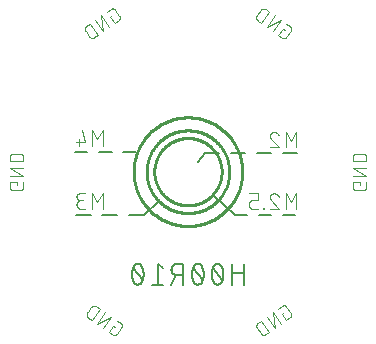
<source format=gbr>
G04 EAGLE Gerber X2 export*
%TF.Part,Single*%
%TF.FileFunction,Legend,Bot,1*%
%TF.FilePolarity,Positive*%
%TF.GenerationSoftware,Autodesk,EAGLE,8.7.1*%
%TF.CreationDate,2018-07-15T20:11:00Z*%
G75*
%MOMM*%
%FSLAX34Y34*%
%LPD*%
%AMOC8*
5,1,8,0,0,1.08239X$1,22.5*%
G01*
%ADD10C,0.101600*%
%ADD11C,0.152400*%
%ADD12C,0.254000*%
%ADD13C,0.203200*%


D10*
X428096Y466183D02*
X426501Y467300D01*
X422778Y461983D01*
X425968Y459749D01*
X426051Y459694D01*
X426135Y459642D01*
X426222Y459593D01*
X426310Y459547D01*
X426400Y459505D01*
X426492Y459466D01*
X426585Y459431D01*
X426679Y459399D01*
X426774Y459371D01*
X426871Y459347D01*
X426968Y459326D01*
X427066Y459310D01*
X427165Y459296D01*
X427264Y459287D01*
X427363Y459282D01*
X427463Y459280D01*
X427562Y459282D01*
X427661Y459288D01*
X427760Y459298D01*
X427859Y459311D01*
X427957Y459329D01*
X428054Y459350D01*
X428150Y459374D01*
X428246Y459403D01*
X428340Y459435D01*
X428433Y459470D01*
X428524Y459509D01*
X428614Y459552D01*
X428702Y459598D01*
X428788Y459647D01*
X428873Y459700D01*
X428955Y459756D01*
X429035Y459815D01*
X429113Y459877D01*
X429188Y459942D01*
X429261Y460009D01*
X429331Y460080D01*
X429399Y460153D01*
X429463Y460229D01*
X429525Y460307D01*
X429584Y460387D01*
X433307Y465704D01*
X433362Y465787D01*
X433414Y465871D01*
X433463Y465958D01*
X433509Y466046D01*
X433551Y466136D01*
X433590Y466228D01*
X433625Y466321D01*
X433657Y466415D01*
X433685Y466510D01*
X433709Y466607D01*
X433730Y466704D01*
X433746Y466802D01*
X433760Y466901D01*
X433769Y467000D01*
X433774Y467099D01*
X433776Y467199D01*
X433774Y467298D01*
X433768Y467397D01*
X433758Y467496D01*
X433745Y467595D01*
X433727Y467693D01*
X433706Y467790D01*
X433682Y467886D01*
X433653Y467982D01*
X433621Y468076D01*
X433586Y468169D01*
X433547Y468260D01*
X433504Y468350D01*
X433458Y468438D01*
X433409Y468524D01*
X433356Y468609D01*
X433300Y468691D01*
X433241Y468771D01*
X433179Y468849D01*
X433114Y468924D01*
X433047Y468997D01*
X432976Y469067D01*
X432903Y469135D01*
X432827Y469199D01*
X432749Y469261D01*
X432669Y469320D01*
X432670Y469320D02*
X429479Y471554D01*
X424810Y474824D02*
X418108Y465253D01*
X412791Y468976D02*
X424810Y474824D01*
X419492Y478547D02*
X412791Y468976D01*
X408121Y472246D02*
X414822Y481817D01*
X412164Y483678D01*
X412164Y483679D02*
X412070Y483742D01*
X411974Y483802D01*
X411876Y483859D01*
X411776Y483912D01*
X411674Y483962D01*
X411570Y484008D01*
X411465Y484050D01*
X411359Y484089D01*
X411251Y484124D01*
X411142Y484155D01*
X411032Y484183D01*
X410921Y484206D01*
X410810Y484226D01*
X410698Y484242D01*
X410585Y484254D01*
X410472Y484262D01*
X410359Y484266D01*
X410245Y484266D01*
X410132Y484262D01*
X410019Y484254D01*
X409906Y484242D01*
X409794Y484226D01*
X409683Y484206D01*
X409572Y484183D01*
X409462Y484155D01*
X409353Y484124D01*
X409245Y484089D01*
X409139Y484050D01*
X409034Y484008D01*
X408930Y483962D01*
X408828Y483912D01*
X408728Y483859D01*
X408630Y483802D01*
X408534Y483742D01*
X408440Y483679D01*
X408349Y483612D01*
X408259Y483543D01*
X408172Y483470D01*
X408088Y483394D01*
X408007Y483315D01*
X407928Y483234D01*
X407852Y483150D01*
X407779Y483063D01*
X407710Y482974D01*
X407643Y482882D01*
X407644Y482881D02*
X404665Y478628D01*
X404602Y478534D01*
X404542Y478438D01*
X404485Y478340D01*
X404432Y478240D01*
X404382Y478138D01*
X404336Y478034D01*
X404294Y477929D01*
X404255Y477823D01*
X404220Y477715D01*
X404189Y477606D01*
X404161Y477496D01*
X404138Y477385D01*
X404118Y477274D01*
X404102Y477162D01*
X404090Y477049D01*
X404082Y476936D01*
X404078Y476823D01*
X404078Y476709D01*
X404082Y476596D01*
X404090Y476483D01*
X404102Y476370D01*
X404118Y476258D01*
X404138Y476147D01*
X404161Y476036D01*
X404189Y475926D01*
X404220Y475817D01*
X404255Y475709D01*
X404294Y475603D01*
X404336Y475498D01*
X404382Y475394D01*
X404432Y475292D01*
X404485Y475192D01*
X404542Y475094D01*
X404602Y474998D01*
X404665Y474904D01*
X404732Y474812D01*
X404801Y474723D01*
X404874Y474636D01*
X404950Y474552D01*
X405029Y474471D01*
X405110Y474392D01*
X405194Y474316D01*
X405281Y474243D01*
X405371Y474174D01*
X405462Y474107D01*
X408121Y472246D01*
X492049Y337254D02*
X492049Y335306D01*
X492049Y337254D02*
X485558Y337254D01*
X485558Y333359D01*
X485560Y333260D01*
X485566Y333160D01*
X485575Y333061D01*
X485588Y332963D01*
X485605Y332865D01*
X485626Y332767D01*
X485651Y332671D01*
X485679Y332576D01*
X485711Y332482D01*
X485746Y332389D01*
X485785Y332297D01*
X485828Y332207D01*
X485873Y332119D01*
X485923Y332032D01*
X485975Y331948D01*
X486031Y331865D01*
X486089Y331785D01*
X486151Y331707D01*
X486216Y331632D01*
X486284Y331559D01*
X486354Y331489D01*
X486427Y331421D01*
X486502Y331356D01*
X486580Y331294D01*
X486660Y331236D01*
X486743Y331180D01*
X486827Y331128D01*
X486914Y331078D01*
X487002Y331033D01*
X487092Y330990D01*
X487184Y330951D01*
X487277Y330916D01*
X487371Y330884D01*
X487466Y330856D01*
X487562Y330831D01*
X487660Y330810D01*
X487758Y330793D01*
X487856Y330780D01*
X487955Y330771D01*
X488055Y330765D01*
X488154Y330763D01*
X494646Y330763D01*
X494745Y330765D01*
X494845Y330771D01*
X494944Y330780D01*
X495042Y330793D01*
X495140Y330810D01*
X495238Y330831D01*
X495334Y330856D01*
X495429Y330884D01*
X495523Y330916D01*
X495616Y330951D01*
X495708Y330990D01*
X495798Y331033D01*
X495886Y331078D01*
X495973Y331128D01*
X496057Y331180D01*
X496140Y331236D01*
X496220Y331294D01*
X496298Y331356D01*
X496373Y331421D01*
X496446Y331489D01*
X496516Y331559D01*
X496584Y331632D01*
X496649Y331707D01*
X496711Y331785D01*
X496769Y331865D01*
X496825Y331948D01*
X496877Y332032D01*
X496927Y332119D01*
X496972Y332207D01*
X497015Y332297D01*
X497054Y332389D01*
X497089Y332481D01*
X497121Y332576D01*
X497149Y332671D01*
X497174Y332767D01*
X497195Y332865D01*
X497212Y332963D01*
X497225Y333061D01*
X497234Y333160D01*
X497240Y333260D01*
X497242Y333359D01*
X497242Y337254D01*
X497242Y342954D02*
X485558Y342954D01*
X485558Y349446D02*
X497242Y342954D01*
X497242Y349446D02*
X485558Y349446D01*
X485558Y355146D02*
X497242Y355146D01*
X497242Y358392D01*
X497240Y358505D01*
X497234Y358618D01*
X497224Y358731D01*
X497210Y358844D01*
X497193Y358956D01*
X497171Y359067D01*
X497146Y359177D01*
X497116Y359287D01*
X497083Y359395D01*
X497046Y359502D01*
X497006Y359608D01*
X496961Y359712D01*
X496913Y359815D01*
X496862Y359916D01*
X496807Y360015D01*
X496749Y360112D01*
X496687Y360207D01*
X496622Y360300D01*
X496554Y360390D01*
X496483Y360478D01*
X496408Y360564D01*
X496331Y360647D01*
X496251Y360727D01*
X496168Y360804D01*
X496082Y360879D01*
X495994Y360950D01*
X495904Y361018D01*
X495811Y361083D01*
X495716Y361145D01*
X495619Y361203D01*
X495520Y361258D01*
X495419Y361309D01*
X495316Y361357D01*
X495212Y361402D01*
X495106Y361442D01*
X494999Y361479D01*
X494891Y361512D01*
X494781Y361542D01*
X494671Y361567D01*
X494560Y361589D01*
X494448Y361606D01*
X494335Y361620D01*
X494222Y361630D01*
X494109Y361636D01*
X493996Y361638D01*
X488804Y361638D01*
X488691Y361636D01*
X488578Y361630D01*
X488465Y361620D01*
X488352Y361606D01*
X488240Y361589D01*
X488129Y361567D01*
X488019Y361542D01*
X487909Y361512D01*
X487801Y361479D01*
X487694Y361442D01*
X487588Y361402D01*
X487484Y361357D01*
X487381Y361309D01*
X487280Y361258D01*
X487181Y361203D01*
X487084Y361145D01*
X486989Y361083D01*
X486896Y361018D01*
X486806Y360950D01*
X486718Y360879D01*
X486632Y360804D01*
X486549Y360727D01*
X486469Y360647D01*
X486392Y360564D01*
X486317Y360478D01*
X486246Y360390D01*
X486178Y360300D01*
X486113Y360207D01*
X486051Y360112D01*
X485993Y360015D01*
X485938Y359916D01*
X485887Y359815D01*
X485839Y359712D01*
X485794Y359608D01*
X485754Y359502D01*
X485717Y359395D01*
X485684Y359287D01*
X485654Y359177D01*
X485629Y359067D01*
X485607Y358956D01*
X485590Y358844D01*
X485576Y358731D01*
X485566Y358618D01*
X485560Y358505D01*
X485558Y358392D01*
X485558Y355146D01*
X427351Y227280D02*
X425756Y226163D01*
X429479Y220846D01*
X432670Y223080D01*
X432669Y223080D02*
X432749Y223139D01*
X432827Y223201D01*
X432903Y223265D01*
X432976Y223333D01*
X433047Y223403D01*
X433114Y223476D01*
X433179Y223551D01*
X433241Y223629D01*
X433300Y223709D01*
X433356Y223791D01*
X433409Y223876D01*
X433458Y223962D01*
X433504Y224050D01*
X433547Y224140D01*
X433586Y224231D01*
X433621Y224324D01*
X433653Y224418D01*
X433682Y224514D01*
X433706Y224610D01*
X433727Y224707D01*
X433745Y224805D01*
X433758Y224904D01*
X433768Y225003D01*
X433774Y225102D01*
X433776Y225201D01*
X433774Y225301D01*
X433769Y225400D01*
X433759Y225499D01*
X433746Y225598D01*
X433730Y225696D01*
X433709Y225793D01*
X433685Y225890D01*
X433657Y225985D01*
X433625Y226079D01*
X433590Y226172D01*
X433551Y226264D01*
X433509Y226354D01*
X433463Y226442D01*
X433414Y226529D01*
X433362Y226613D01*
X433307Y226696D01*
X429584Y232013D01*
X429525Y232093D01*
X429463Y232171D01*
X429399Y232247D01*
X429331Y232320D01*
X429261Y232391D01*
X429188Y232458D01*
X429113Y232523D01*
X429035Y232585D01*
X428955Y232644D01*
X428873Y232700D01*
X428788Y232753D01*
X428702Y232802D01*
X428614Y232848D01*
X428524Y232891D01*
X428433Y232930D01*
X428340Y232965D01*
X428246Y232997D01*
X428150Y233026D01*
X428054Y233050D01*
X427957Y233071D01*
X427859Y233089D01*
X427760Y233102D01*
X427661Y233112D01*
X427562Y233118D01*
X427463Y233120D01*
X427363Y233118D01*
X427264Y233113D01*
X427165Y233104D01*
X427066Y233090D01*
X426968Y233074D01*
X426871Y233053D01*
X426774Y233029D01*
X426679Y233001D01*
X426585Y232969D01*
X426492Y232934D01*
X426400Y232895D01*
X426310Y232853D01*
X426222Y232807D01*
X426135Y232758D01*
X426051Y232706D01*
X425968Y232651D01*
X422778Y230417D01*
X418108Y227147D02*
X424809Y217576D01*
X419492Y213853D02*
X418108Y227147D01*
X412791Y223424D02*
X419492Y213853D01*
X414822Y210583D02*
X408121Y220154D01*
X405462Y218292D01*
X405462Y218293D02*
X405371Y218226D01*
X405281Y218157D01*
X405194Y218084D01*
X405110Y218008D01*
X405029Y217929D01*
X404950Y217848D01*
X404874Y217764D01*
X404801Y217677D01*
X404732Y217588D01*
X404665Y217496D01*
X404602Y217402D01*
X404542Y217306D01*
X404485Y217208D01*
X404432Y217108D01*
X404382Y217006D01*
X404336Y216902D01*
X404294Y216797D01*
X404255Y216691D01*
X404220Y216583D01*
X404189Y216474D01*
X404161Y216364D01*
X404138Y216253D01*
X404118Y216142D01*
X404102Y216030D01*
X404090Y215917D01*
X404082Y215804D01*
X404078Y215691D01*
X404078Y215577D01*
X404082Y215464D01*
X404090Y215351D01*
X404102Y215238D01*
X404118Y215126D01*
X404138Y215015D01*
X404161Y214904D01*
X404189Y214794D01*
X404220Y214685D01*
X404255Y214577D01*
X404294Y214471D01*
X404336Y214366D01*
X404382Y214262D01*
X404432Y214160D01*
X404485Y214060D01*
X404542Y213962D01*
X404602Y213866D01*
X404665Y213772D01*
X407644Y209518D01*
X407643Y209518D02*
X407710Y209427D01*
X407779Y209337D01*
X407852Y209250D01*
X407928Y209166D01*
X408007Y209085D01*
X408088Y209006D01*
X408172Y208930D01*
X408259Y208857D01*
X408349Y208788D01*
X408440Y208721D01*
X408534Y208658D01*
X408630Y208598D01*
X408728Y208541D01*
X408828Y208488D01*
X408930Y208438D01*
X409034Y208392D01*
X409139Y208350D01*
X409245Y208311D01*
X409353Y208276D01*
X409462Y208245D01*
X409572Y208217D01*
X409683Y208194D01*
X409794Y208174D01*
X409906Y208158D01*
X410019Y208146D01*
X410132Y208138D01*
X410245Y208134D01*
X410359Y208134D01*
X410472Y208138D01*
X410585Y208146D01*
X410698Y208158D01*
X410810Y208174D01*
X410921Y208194D01*
X411032Y208217D01*
X411142Y208245D01*
X411251Y208276D01*
X411359Y208311D01*
X411465Y208350D01*
X411570Y208392D01*
X411674Y208438D01*
X411776Y208488D01*
X411876Y208541D01*
X411974Y208598D01*
X412070Y208658D01*
X412164Y208721D01*
X414822Y210583D01*
X201649Y335306D02*
X201649Y337254D01*
X195158Y337254D01*
X195158Y333359D01*
X195160Y333260D01*
X195166Y333160D01*
X195175Y333061D01*
X195188Y332963D01*
X195205Y332865D01*
X195226Y332767D01*
X195251Y332671D01*
X195279Y332576D01*
X195311Y332482D01*
X195346Y332389D01*
X195385Y332297D01*
X195428Y332207D01*
X195473Y332119D01*
X195523Y332032D01*
X195575Y331948D01*
X195631Y331865D01*
X195689Y331785D01*
X195751Y331707D01*
X195816Y331632D01*
X195884Y331559D01*
X195954Y331489D01*
X196027Y331421D01*
X196102Y331356D01*
X196180Y331294D01*
X196260Y331236D01*
X196343Y331180D01*
X196427Y331128D01*
X196514Y331078D01*
X196602Y331033D01*
X196692Y330990D01*
X196784Y330951D01*
X196877Y330916D01*
X196971Y330884D01*
X197066Y330856D01*
X197162Y330831D01*
X197260Y330810D01*
X197358Y330793D01*
X197456Y330780D01*
X197555Y330771D01*
X197655Y330765D01*
X197754Y330763D01*
X204246Y330763D01*
X204345Y330765D01*
X204445Y330771D01*
X204544Y330780D01*
X204642Y330793D01*
X204740Y330810D01*
X204838Y330831D01*
X204934Y330856D01*
X205029Y330884D01*
X205123Y330916D01*
X205216Y330951D01*
X205308Y330990D01*
X205398Y331033D01*
X205486Y331078D01*
X205573Y331128D01*
X205657Y331180D01*
X205740Y331236D01*
X205820Y331294D01*
X205898Y331356D01*
X205973Y331421D01*
X206046Y331489D01*
X206116Y331559D01*
X206184Y331632D01*
X206249Y331707D01*
X206311Y331785D01*
X206369Y331865D01*
X206425Y331948D01*
X206477Y332032D01*
X206527Y332119D01*
X206572Y332207D01*
X206615Y332297D01*
X206654Y332389D01*
X206689Y332481D01*
X206721Y332576D01*
X206749Y332671D01*
X206774Y332767D01*
X206795Y332865D01*
X206812Y332963D01*
X206825Y333061D01*
X206834Y333160D01*
X206840Y333260D01*
X206842Y333359D01*
X206842Y337254D01*
X206842Y342954D02*
X195158Y342954D01*
X195158Y349446D02*
X206842Y342954D01*
X206842Y349446D02*
X195158Y349446D01*
X195158Y355146D02*
X206842Y355146D01*
X206842Y358392D01*
X206840Y358505D01*
X206834Y358618D01*
X206824Y358731D01*
X206810Y358844D01*
X206793Y358956D01*
X206771Y359067D01*
X206746Y359177D01*
X206716Y359287D01*
X206683Y359395D01*
X206646Y359502D01*
X206606Y359608D01*
X206561Y359712D01*
X206513Y359815D01*
X206462Y359916D01*
X206407Y360015D01*
X206349Y360112D01*
X206287Y360207D01*
X206222Y360300D01*
X206154Y360390D01*
X206083Y360478D01*
X206008Y360564D01*
X205931Y360647D01*
X205851Y360727D01*
X205768Y360804D01*
X205682Y360879D01*
X205594Y360950D01*
X205504Y361018D01*
X205411Y361083D01*
X205316Y361145D01*
X205219Y361203D01*
X205120Y361258D01*
X205019Y361309D01*
X204916Y361357D01*
X204812Y361402D01*
X204706Y361442D01*
X204599Y361479D01*
X204491Y361512D01*
X204381Y361542D01*
X204271Y361567D01*
X204160Y361589D01*
X204048Y361606D01*
X203935Y361620D01*
X203822Y361630D01*
X203709Y361636D01*
X203596Y361638D01*
X198404Y361638D01*
X198291Y361636D01*
X198178Y361630D01*
X198065Y361620D01*
X197952Y361606D01*
X197840Y361589D01*
X197729Y361567D01*
X197619Y361542D01*
X197509Y361512D01*
X197401Y361479D01*
X197294Y361442D01*
X197188Y361402D01*
X197084Y361357D01*
X196981Y361309D01*
X196880Y361258D01*
X196781Y361203D01*
X196684Y361145D01*
X196589Y361083D01*
X196496Y361018D01*
X196406Y360950D01*
X196318Y360879D01*
X196232Y360804D01*
X196149Y360727D01*
X196069Y360647D01*
X195992Y360564D01*
X195917Y360478D01*
X195846Y360390D01*
X195778Y360300D01*
X195713Y360207D01*
X195651Y360112D01*
X195593Y360015D01*
X195538Y359916D01*
X195487Y359815D01*
X195439Y359712D01*
X195394Y359608D01*
X195354Y359502D01*
X195317Y359395D01*
X195284Y359287D01*
X195254Y359177D01*
X195229Y359067D01*
X195207Y358956D01*
X195190Y358844D01*
X195176Y358731D01*
X195166Y358618D01*
X195160Y358505D01*
X195158Y358392D01*
X195158Y355146D01*
X280556Y477563D02*
X282151Y478680D01*
X280556Y477563D02*
X284279Y472246D01*
X287470Y474480D01*
X287469Y474480D02*
X287549Y474539D01*
X287627Y474601D01*
X287703Y474665D01*
X287776Y474733D01*
X287847Y474803D01*
X287914Y474876D01*
X287979Y474951D01*
X288041Y475029D01*
X288100Y475109D01*
X288156Y475191D01*
X288209Y475276D01*
X288258Y475362D01*
X288304Y475450D01*
X288347Y475540D01*
X288386Y475631D01*
X288421Y475724D01*
X288453Y475818D01*
X288482Y475914D01*
X288506Y476010D01*
X288527Y476107D01*
X288545Y476205D01*
X288558Y476304D01*
X288568Y476403D01*
X288574Y476502D01*
X288576Y476601D01*
X288574Y476701D01*
X288569Y476800D01*
X288559Y476899D01*
X288546Y476998D01*
X288530Y477096D01*
X288509Y477193D01*
X288485Y477290D01*
X288457Y477385D01*
X288425Y477479D01*
X288390Y477572D01*
X288351Y477664D01*
X288309Y477754D01*
X288263Y477842D01*
X288214Y477929D01*
X288162Y478013D01*
X288107Y478096D01*
X284384Y483413D01*
X284325Y483493D01*
X284263Y483571D01*
X284199Y483647D01*
X284131Y483720D01*
X284061Y483791D01*
X283988Y483858D01*
X283913Y483923D01*
X283835Y483985D01*
X283755Y484044D01*
X283673Y484100D01*
X283588Y484153D01*
X283502Y484202D01*
X283414Y484248D01*
X283324Y484291D01*
X283233Y484330D01*
X283140Y484365D01*
X283046Y484397D01*
X282950Y484426D01*
X282854Y484450D01*
X282757Y484471D01*
X282659Y484489D01*
X282560Y484502D01*
X282461Y484512D01*
X282362Y484518D01*
X282263Y484520D01*
X282163Y484518D01*
X282064Y484513D01*
X281965Y484504D01*
X281866Y484490D01*
X281768Y484474D01*
X281671Y484453D01*
X281574Y484429D01*
X281479Y484401D01*
X281385Y484369D01*
X281292Y484334D01*
X281200Y484295D01*
X281110Y484253D01*
X281022Y484207D01*
X280935Y484158D01*
X280851Y484106D01*
X280768Y484051D01*
X277578Y481817D01*
X272908Y478547D02*
X279609Y468976D01*
X274292Y465253D02*
X272908Y478547D01*
X267591Y474824D02*
X274292Y465253D01*
X269622Y461983D02*
X262921Y471554D01*
X260262Y469692D01*
X260262Y469693D02*
X260171Y469626D01*
X260081Y469557D01*
X259994Y469484D01*
X259910Y469408D01*
X259829Y469329D01*
X259750Y469248D01*
X259674Y469164D01*
X259601Y469077D01*
X259532Y468988D01*
X259465Y468896D01*
X259402Y468802D01*
X259342Y468706D01*
X259285Y468608D01*
X259232Y468508D01*
X259182Y468406D01*
X259136Y468302D01*
X259094Y468197D01*
X259055Y468091D01*
X259020Y467983D01*
X258989Y467874D01*
X258961Y467764D01*
X258938Y467653D01*
X258918Y467542D01*
X258902Y467430D01*
X258890Y467317D01*
X258882Y467204D01*
X258878Y467091D01*
X258878Y466977D01*
X258882Y466864D01*
X258890Y466751D01*
X258902Y466638D01*
X258918Y466526D01*
X258938Y466415D01*
X258961Y466304D01*
X258989Y466194D01*
X259020Y466085D01*
X259055Y465977D01*
X259094Y465871D01*
X259136Y465766D01*
X259182Y465662D01*
X259232Y465560D01*
X259285Y465460D01*
X259342Y465362D01*
X259402Y465266D01*
X259465Y465172D01*
X262444Y460918D01*
X262443Y460918D02*
X262510Y460827D01*
X262579Y460737D01*
X262652Y460650D01*
X262728Y460566D01*
X262807Y460485D01*
X262888Y460406D01*
X262972Y460330D01*
X263059Y460257D01*
X263149Y460188D01*
X263240Y460121D01*
X263334Y460058D01*
X263430Y459998D01*
X263528Y459941D01*
X263628Y459888D01*
X263730Y459838D01*
X263834Y459792D01*
X263939Y459750D01*
X264045Y459711D01*
X264153Y459676D01*
X264262Y459645D01*
X264372Y459617D01*
X264483Y459594D01*
X264594Y459574D01*
X264706Y459558D01*
X264819Y459546D01*
X264932Y459538D01*
X265045Y459534D01*
X265159Y459534D01*
X265272Y459538D01*
X265385Y459546D01*
X265498Y459558D01*
X265610Y459574D01*
X265721Y459594D01*
X265832Y459617D01*
X265942Y459645D01*
X266051Y459676D01*
X266159Y459711D01*
X266265Y459750D01*
X266370Y459792D01*
X266474Y459838D01*
X266576Y459888D01*
X266676Y459941D01*
X266774Y459998D01*
X266870Y460058D01*
X266964Y460121D01*
X269622Y461983D01*
D11*
X393575Y268493D02*
X393575Y250713D01*
X393575Y260591D02*
X383698Y260591D01*
X383698Y268493D02*
X383698Y250713D01*
X376267Y259603D02*
X376263Y259953D01*
X376250Y260302D01*
X376229Y260651D01*
X376200Y261000D01*
X376163Y261348D01*
X376117Y261695D01*
X376063Y262040D01*
X376001Y262384D01*
X375930Y262727D01*
X375851Y263068D01*
X375765Y263407D01*
X375670Y263743D01*
X375567Y264078D01*
X375456Y264409D01*
X375338Y264739D01*
X375211Y265065D01*
X375077Y265388D01*
X374935Y265707D01*
X374785Y266024D01*
X374745Y266137D01*
X374701Y266247D01*
X374653Y266357D01*
X374602Y266464D01*
X374547Y266570D01*
X374489Y266675D01*
X374427Y266777D01*
X374362Y266877D01*
X374294Y266975D01*
X374223Y267071D01*
X374148Y267164D01*
X374071Y267255D01*
X373991Y267343D01*
X373908Y267428D01*
X373822Y267511D01*
X373733Y267591D01*
X373642Y267668D01*
X373548Y267742D01*
X373452Y267813D01*
X373354Y267881D01*
X373254Y267945D01*
X373151Y268007D01*
X373047Y268064D01*
X372941Y268119D01*
X372833Y268170D01*
X372723Y268217D01*
X372612Y268261D01*
X372500Y268301D01*
X372386Y268337D01*
X372272Y268370D01*
X372156Y268399D01*
X372039Y268424D01*
X371922Y268445D01*
X371804Y268463D01*
X371685Y268476D01*
X371566Y268486D01*
X371447Y268492D01*
X371328Y268494D01*
X371328Y268493D02*
X371209Y268491D01*
X371090Y268485D01*
X370971Y268475D01*
X370852Y268462D01*
X370734Y268444D01*
X370617Y268423D01*
X370500Y268398D01*
X370384Y268369D01*
X370270Y268336D01*
X370156Y268300D01*
X370044Y268260D01*
X369933Y268216D01*
X369823Y268169D01*
X369715Y268118D01*
X369609Y268063D01*
X369505Y268006D01*
X369402Y267944D01*
X369302Y267880D01*
X369204Y267812D01*
X369108Y267741D01*
X369014Y267667D01*
X368923Y267590D01*
X368834Y267510D01*
X368749Y267427D01*
X368665Y267342D01*
X368585Y267254D01*
X368508Y267163D01*
X368433Y267070D01*
X368362Y266974D01*
X368294Y266876D01*
X368229Y266776D01*
X368167Y266674D01*
X368109Y266569D01*
X368054Y266464D01*
X368003Y266356D01*
X367955Y266246D01*
X367911Y266136D01*
X367871Y266023D01*
X367871Y266024D02*
X367721Y265707D01*
X367579Y265388D01*
X367445Y265065D01*
X367318Y264739D01*
X367200Y264409D01*
X367089Y264078D01*
X366986Y263743D01*
X366891Y263407D01*
X366805Y263068D01*
X366726Y262727D01*
X366655Y262384D01*
X366593Y262040D01*
X366539Y261695D01*
X366493Y261348D01*
X366456Y261000D01*
X366427Y260651D01*
X366406Y260302D01*
X366393Y259953D01*
X366389Y259603D01*
X376266Y259603D02*
X376262Y259253D01*
X376249Y258904D01*
X376228Y258555D01*
X376199Y258206D01*
X376162Y257858D01*
X376116Y257511D01*
X376062Y257166D01*
X376000Y256822D01*
X375929Y256479D01*
X375850Y256138D01*
X375764Y255799D01*
X375669Y255463D01*
X375566Y255128D01*
X375455Y254797D01*
X375337Y254468D01*
X375210Y254141D01*
X375076Y253818D01*
X374934Y253499D01*
X374784Y253183D01*
X374785Y253183D02*
X374745Y253070D01*
X374701Y252960D01*
X374653Y252850D01*
X374602Y252743D01*
X374547Y252637D01*
X374489Y252532D01*
X374427Y252430D01*
X374362Y252330D01*
X374294Y252232D01*
X374223Y252136D01*
X374148Y252043D01*
X374071Y251952D01*
X373991Y251864D01*
X373908Y251779D01*
X373822Y251696D01*
X373733Y251616D01*
X373642Y251539D01*
X373548Y251465D01*
X373452Y251394D01*
X373354Y251326D01*
X373254Y251262D01*
X373151Y251200D01*
X373047Y251143D01*
X372941Y251088D01*
X372833Y251037D01*
X372723Y250990D01*
X372612Y250946D01*
X372500Y250906D01*
X372386Y250870D01*
X372272Y250837D01*
X372156Y250808D01*
X372039Y250783D01*
X371922Y250762D01*
X371804Y250744D01*
X371685Y250731D01*
X371566Y250721D01*
X371447Y250715D01*
X371328Y250713D01*
X367871Y253183D02*
X367721Y253499D01*
X367579Y253818D01*
X367445Y254141D01*
X367318Y254468D01*
X367200Y254797D01*
X367089Y255128D01*
X366986Y255463D01*
X366891Y255799D01*
X366805Y256138D01*
X366726Y256479D01*
X366655Y256822D01*
X366593Y257166D01*
X366539Y257511D01*
X366493Y257858D01*
X366456Y258206D01*
X366427Y258555D01*
X366406Y258904D01*
X366393Y259253D01*
X366389Y259603D01*
X367871Y253183D02*
X367911Y253070D01*
X367955Y252960D01*
X368003Y252850D01*
X368054Y252742D01*
X368109Y252636D01*
X368167Y252532D01*
X368229Y252430D01*
X368294Y252330D01*
X368362Y252232D01*
X368433Y252136D01*
X368508Y252043D01*
X368585Y251952D01*
X368665Y251864D01*
X368749Y251779D01*
X368834Y251696D01*
X368923Y251616D01*
X369014Y251539D01*
X369108Y251465D01*
X369204Y251394D01*
X369302Y251326D01*
X369402Y251262D01*
X369505Y251200D01*
X369609Y251142D01*
X369715Y251088D01*
X369823Y251037D01*
X369933Y250990D01*
X370044Y250946D01*
X370156Y250906D01*
X370270Y250870D01*
X370384Y250837D01*
X370500Y250808D01*
X370617Y250783D01*
X370734Y250762D01*
X370852Y250744D01*
X370971Y250731D01*
X371090Y250721D01*
X371209Y250715D01*
X371328Y250713D01*
X375279Y254664D02*
X367377Y264542D01*
X359516Y259603D02*
X359512Y259953D01*
X359499Y260302D01*
X359478Y260651D01*
X359449Y261000D01*
X359412Y261348D01*
X359366Y261695D01*
X359312Y262040D01*
X359250Y262384D01*
X359179Y262727D01*
X359100Y263068D01*
X359014Y263407D01*
X358919Y263743D01*
X358816Y264078D01*
X358705Y264409D01*
X358587Y264739D01*
X358460Y265065D01*
X358326Y265388D01*
X358184Y265707D01*
X358034Y266024D01*
X357994Y266137D01*
X357950Y266247D01*
X357902Y266357D01*
X357851Y266464D01*
X357796Y266570D01*
X357738Y266675D01*
X357676Y266777D01*
X357611Y266877D01*
X357543Y266975D01*
X357472Y267071D01*
X357397Y267164D01*
X357320Y267255D01*
X357240Y267343D01*
X357157Y267428D01*
X357071Y267511D01*
X356982Y267591D01*
X356891Y267668D01*
X356797Y267742D01*
X356701Y267813D01*
X356603Y267881D01*
X356503Y267945D01*
X356400Y268007D01*
X356296Y268064D01*
X356190Y268119D01*
X356082Y268170D01*
X355972Y268217D01*
X355861Y268261D01*
X355749Y268301D01*
X355635Y268337D01*
X355521Y268370D01*
X355405Y268399D01*
X355288Y268424D01*
X355171Y268445D01*
X355053Y268463D01*
X354934Y268476D01*
X354815Y268486D01*
X354696Y268492D01*
X354577Y268494D01*
X354577Y268493D02*
X354458Y268491D01*
X354339Y268485D01*
X354220Y268475D01*
X354101Y268462D01*
X353983Y268444D01*
X353866Y268423D01*
X353749Y268398D01*
X353633Y268369D01*
X353519Y268336D01*
X353405Y268300D01*
X353293Y268260D01*
X353182Y268216D01*
X353072Y268169D01*
X352964Y268118D01*
X352858Y268063D01*
X352754Y268006D01*
X352651Y267944D01*
X352551Y267880D01*
X352453Y267812D01*
X352357Y267741D01*
X352263Y267667D01*
X352172Y267590D01*
X352083Y267510D01*
X351998Y267427D01*
X351914Y267342D01*
X351834Y267254D01*
X351757Y267163D01*
X351682Y267070D01*
X351611Y266974D01*
X351543Y266876D01*
X351478Y266776D01*
X351416Y266674D01*
X351358Y266569D01*
X351303Y266464D01*
X351252Y266356D01*
X351204Y266246D01*
X351160Y266136D01*
X351120Y266023D01*
X351120Y266024D02*
X350970Y265707D01*
X350828Y265388D01*
X350694Y265065D01*
X350567Y264739D01*
X350449Y264409D01*
X350338Y264078D01*
X350235Y263743D01*
X350140Y263407D01*
X350054Y263068D01*
X349975Y262727D01*
X349904Y262384D01*
X349842Y262040D01*
X349788Y261695D01*
X349742Y261348D01*
X349705Y261000D01*
X349676Y260651D01*
X349655Y260302D01*
X349642Y259953D01*
X349638Y259603D01*
X359516Y259603D02*
X359512Y259253D01*
X359499Y258904D01*
X359478Y258555D01*
X359449Y258206D01*
X359412Y257858D01*
X359366Y257511D01*
X359312Y257166D01*
X359250Y256822D01*
X359179Y256479D01*
X359100Y256138D01*
X359014Y255799D01*
X358919Y255463D01*
X358816Y255128D01*
X358705Y254797D01*
X358587Y254468D01*
X358460Y254141D01*
X358326Y253818D01*
X358184Y253499D01*
X358034Y253183D01*
X357994Y253070D01*
X357950Y252960D01*
X357902Y252850D01*
X357851Y252743D01*
X357796Y252637D01*
X357738Y252532D01*
X357676Y252430D01*
X357611Y252330D01*
X357543Y252232D01*
X357472Y252136D01*
X357397Y252043D01*
X357320Y251952D01*
X357240Y251864D01*
X357157Y251779D01*
X357071Y251696D01*
X356982Y251616D01*
X356891Y251539D01*
X356797Y251465D01*
X356701Y251394D01*
X356603Y251326D01*
X356503Y251262D01*
X356400Y251200D01*
X356296Y251143D01*
X356190Y251088D01*
X356082Y251037D01*
X355972Y250990D01*
X355861Y250946D01*
X355749Y250906D01*
X355635Y250870D01*
X355521Y250837D01*
X355405Y250808D01*
X355288Y250783D01*
X355171Y250762D01*
X355053Y250744D01*
X354934Y250731D01*
X354815Y250721D01*
X354696Y250715D01*
X354577Y250713D01*
X351121Y253183D02*
X350971Y253499D01*
X350829Y253818D01*
X350695Y254141D01*
X350568Y254468D01*
X350450Y254797D01*
X350339Y255128D01*
X350236Y255463D01*
X350141Y255799D01*
X350055Y256138D01*
X349976Y256479D01*
X349905Y256822D01*
X349843Y257166D01*
X349789Y257511D01*
X349743Y257858D01*
X349706Y258206D01*
X349677Y258555D01*
X349656Y258904D01*
X349643Y259253D01*
X349639Y259603D01*
X351120Y253183D02*
X351160Y253070D01*
X351204Y252960D01*
X351252Y252850D01*
X351303Y252742D01*
X351358Y252636D01*
X351416Y252532D01*
X351478Y252430D01*
X351543Y252330D01*
X351611Y252232D01*
X351682Y252136D01*
X351757Y252043D01*
X351834Y251952D01*
X351914Y251864D01*
X351998Y251779D01*
X352083Y251696D01*
X352172Y251616D01*
X352263Y251539D01*
X352357Y251465D01*
X352453Y251394D01*
X352551Y251326D01*
X352651Y251262D01*
X352754Y251200D01*
X352858Y251142D01*
X352964Y251088D01*
X353072Y251037D01*
X353182Y250990D01*
X353293Y250946D01*
X353405Y250906D01*
X353519Y250870D01*
X353633Y250837D01*
X353749Y250808D01*
X353866Y250783D01*
X353983Y250762D01*
X354101Y250744D01*
X354220Y250731D01*
X354339Y250721D01*
X354458Y250715D01*
X354577Y250713D01*
X358528Y254664D02*
X350626Y264542D01*
X342122Y268493D02*
X342122Y250713D01*
X342122Y268493D02*
X337183Y268493D01*
X337043Y268491D01*
X336904Y268485D01*
X336764Y268475D01*
X336625Y268461D01*
X336486Y268444D01*
X336348Y268422D01*
X336211Y268396D01*
X336074Y268367D01*
X335938Y268334D01*
X335804Y268297D01*
X335670Y268256D01*
X335538Y268211D01*
X335406Y268162D01*
X335277Y268110D01*
X335149Y268055D01*
X335022Y267995D01*
X334897Y267932D01*
X334774Y267866D01*
X334653Y267796D01*
X334534Y267723D01*
X334417Y267646D01*
X334303Y267566D01*
X334190Y267483D01*
X334080Y267397D01*
X333973Y267307D01*
X333868Y267215D01*
X333766Y267120D01*
X333666Y267022D01*
X333569Y266921D01*
X333475Y266817D01*
X333385Y266711D01*
X333297Y266602D01*
X333212Y266491D01*
X333131Y266377D01*
X333052Y266262D01*
X332977Y266144D01*
X332906Y266024D01*
X332838Y265901D01*
X332773Y265778D01*
X332712Y265652D01*
X332654Y265524D01*
X332600Y265396D01*
X332550Y265265D01*
X332503Y265133D01*
X332460Y265000D01*
X332421Y264866D01*
X332386Y264731D01*
X332355Y264595D01*
X332327Y264457D01*
X332304Y264320D01*
X332284Y264181D01*
X332268Y264042D01*
X332256Y263903D01*
X332248Y263764D01*
X332244Y263624D01*
X332244Y263484D01*
X332248Y263344D01*
X332256Y263205D01*
X332268Y263066D01*
X332284Y262927D01*
X332304Y262788D01*
X332327Y262651D01*
X332355Y262513D01*
X332386Y262377D01*
X332421Y262242D01*
X332460Y262108D01*
X332503Y261975D01*
X332550Y261843D01*
X332600Y261712D01*
X332654Y261584D01*
X332712Y261456D01*
X332773Y261330D01*
X332838Y261207D01*
X332906Y261084D01*
X332977Y260964D01*
X333052Y260846D01*
X333131Y260731D01*
X333212Y260617D01*
X333297Y260506D01*
X333385Y260397D01*
X333475Y260291D01*
X333569Y260187D01*
X333666Y260086D01*
X333766Y259988D01*
X333868Y259893D01*
X333973Y259801D01*
X334080Y259711D01*
X334190Y259625D01*
X334303Y259542D01*
X334417Y259462D01*
X334534Y259385D01*
X334653Y259312D01*
X334774Y259242D01*
X334897Y259176D01*
X335022Y259113D01*
X335149Y259053D01*
X335277Y258998D01*
X335406Y258946D01*
X335538Y258897D01*
X335670Y258852D01*
X335804Y258811D01*
X335938Y258774D01*
X336074Y258741D01*
X336211Y258712D01*
X336348Y258686D01*
X336486Y258664D01*
X336625Y258647D01*
X336764Y258633D01*
X336904Y258623D01*
X337043Y258617D01*
X337183Y258615D01*
X342122Y258615D01*
X336195Y258615D02*
X332244Y250713D01*
X325457Y264542D02*
X320518Y268493D01*
X320518Y250713D01*
X325457Y250713D02*
X315579Y250713D01*
X308706Y259603D02*
X308702Y259953D01*
X308689Y260302D01*
X308668Y260651D01*
X308639Y261000D01*
X308602Y261348D01*
X308556Y261695D01*
X308502Y262040D01*
X308440Y262384D01*
X308369Y262727D01*
X308290Y263068D01*
X308204Y263407D01*
X308109Y263743D01*
X308006Y264078D01*
X307895Y264409D01*
X307777Y264739D01*
X307650Y265065D01*
X307516Y265388D01*
X307374Y265707D01*
X307224Y266024D01*
X307225Y266024D02*
X307185Y266137D01*
X307141Y266247D01*
X307093Y266357D01*
X307042Y266464D01*
X306987Y266570D01*
X306929Y266675D01*
X306867Y266777D01*
X306802Y266877D01*
X306734Y266975D01*
X306663Y267071D01*
X306588Y267164D01*
X306511Y267255D01*
X306431Y267343D01*
X306348Y267428D01*
X306262Y267511D01*
X306173Y267591D01*
X306082Y267668D01*
X305988Y267742D01*
X305892Y267813D01*
X305794Y267881D01*
X305694Y267945D01*
X305591Y268007D01*
X305487Y268064D01*
X305381Y268119D01*
X305273Y268170D01*
X305163Y268217D01*
X305052Y268261D01*
X304940Y268301D01*
X304826Y268337D01*
X304712Y268370D01*
X304596Y268399D01*
X304479Y268424D01*
X304362Y268445D01*
X304244Y268463D01*
X304125Y268476D01*
X304006Y268486D01*
X303887Y268492D01*
X303768Y268494D01*
X303768Y268493D02*
X303649Y268491D01*
X303530Y268485D01*
X303411Y268475D01*
X303292Y268462D01*
X303174Y268444D01*
X303057Y268423D01*
X302940Y268398D01*
X302824Y268369D01*
X302710Y268336D01*
X302596Y268300D01*
X302484Y268260D01*
X302373Y268216D01*
X302263Y268169D01*
X302155Y268118D01*
X302049Y268063D01*
X301945Y268006D01*
X301842Y267944D01*
X301742Y267880D01*
X301644Y267812D01*
X301548Y267741D01*
X301454Y267667D01*
X301363Y267590D01*
X301274Y267510D01*
X301189Y267427D01*
X301105Y267342D01*
X301025Y267254D01*
X300948Y267163D01*
X300873Y267070D01*
X300802Y266974D01*
X300734Y266876D01*
X300669Y266776D01*
X300607Y266674D01*
X300549Y266569D01*
X300494Y266464D01*
X300443Y266356D01*
X300395Y266246D01*
X300351Y266136D01*
X300311Y266023D01*
X300311Y266024D02*
X300161Y265707D01*
X300019Y265388D01*
X299885Y265065D01*
X299758Y264739D01*
X299640Y264409D01*
X299529Y264078D01*
X299426Y263743D01*
X299331Y263407D01*
X299245Y263068D01*
X299166Y262727D01*
X299095Y262384D01*
X299033Y262040D01*
X298979Y261695D01*
X298933Y261348D01*
X298896Y261000D01*
X298867Y260651D01*
X298846Y260302D01*
X298833Y259953D01*
X298829Y259603D01*
X308706Y259603D02*
X308702Y259253D01*
X308689Y258904D01*
X308668Y258555D01*
X308639Y258206D01*
X308602Y257858D01*
X308556Y257511D01*
X308502Y257166D01*
X308440Y256822D01*
X308369Y256479D01*
X308290Y256138D01*
X308204Y255799D01*
X308109Y255463D01*
X308006Y255128D01*
X307895Y254797D01*
X307777Y254468D01*
X307650Y254141D01*
X307516Y253818D01*
X307374Y253499D01*
X307224Y253183D01*
X307225Y253183D02*
X307185Y253070D01*
X307141Y252960D01*
X307093Y252850D01*
X307042Y252743D01*
X306987Y252637D01*
X306929Y252532D01*
X306867Y252430D01*
X306802Y252330D01*
X306734Y252232D01*
X306663Y252136D01*
X306588Y252043D01*
X306511Y251952D01*
X306431Y251864D01*
X306348Y251779D01*
X306262Y251696D01*
X306173Y251616D01*
X306082Y251539D01*
X305988Y251465D01*
X305892Y251394D01*
X305794Y251326D01*
X305694Y251262D01*
X305591Y251200D01*
X305487Y251143D01*
X305381Y251088D01*
X305273Y251037D01*
X305163Y250990D01*
X305052Y250946D01*
X304940Y250906D01*
X304826Y250870D01*
X304712Y250837D01*
X304596Y250808D01*
X304479Y250783D01*
X304362Y250762D01*
X304244Y250744D01*
X304125Y250731D01*
X304006Y250721D01*
X303887Y250715D01*
X303768Y250713D01*
X300311Y253183D02*
X300161Y253499D01*
X300019Y253818D01*
X299885Y254141D01*
X299758Y254468D01*
X299640Y254797D01*
X299529Y255128D01*
X299426Y255463D01*
X299331Y255799D01*
X299245Y256138D01*
X299166Y256479D01*
X299095Y256822D01*
X299033Y257166D01*
X298979Y257511D01*
X298933Y257858D01*
X298896Y258206D01*
X298867Y258555D01*
X298846Y258904D01*
X298833Y259253D01*
X298829Y259603D01*
X300311Y253183D02*
X300351Y253070D01*
X300395Y252960D01*
X300443Y252850D01*
X300494Y252742D01*
X300549Y252636D01*
X300607Y252532D01*
X300669Y252430D01*
X300734Y252330D01*
X300802Y252232D01*
X300873Y252136D01*
X300948Y252043D01*
X301025Y251952D01*
X301105Y251864D01*
X301189Y251779D01*
X301274Y251696D01*
X301363Y251616D01*
X301454Y251539D01*
X301548Y251465D01*
X301644Y251394D01*
X301742Y251326D01*
X301842Y251262D01*
X301945Y251200D01*
X302049Y251142D01*
X302155Y251088D01*
X302263Y251037D01*
X302373Y250990D01*
X302484Y250946D01*
X302596Y250906D01*
X302710Y250870D01*
X302824Y250837D01*
X302940Y250808D01*
X303057Y250783D01*
X303174Y250762D01*
X303292Y250744D01*
X303411Y250731D01*
X303530Y250721D01*
X303649Y250715D01*
X303768Y250713D01*
X307719Y254664D02*
X299816Y264542D01*
D12*
X311202Y346202D02*
X311213Y347061D01*
X311244Y347919D01*
X311297Y348777D01*
X311371Y349633D01*
X311465Y350486D01*
X311581Y351338D01*
X311717Y352186D01*
X311875Y353030D01*
X312052Y353871D01*
X312251Y354706D01*
X312470Y355537D01*
X312709Y356362D01*
X312969Y357181D01*
X313248Y357993D01*
X313547Y358798D01*
X313866Y359596D01*
X314205Y360385D01*
X314562Y361166D01*
X314939Y361938D01*
X315335Y362701D01*
X315749Y363453D01*
X316181Y364196D01*
X316632Y364927D01*
X317101Y365647D01*
X317587Y366355D01*
X318090Y367051D01*
X318610Y367735D01*
X319147Y368406D01*
X319700Y369063D01*
X320269Y369707D01*
X320853Y370336D01*
X321453Y370951D01*
X322068Y371551D01*
X322697Y372135D01*
X323341Y372704D01*
X323998Y373257D01*
X324669Y373794D01*
X325353Y374314D01*
X326049Y374817D01*
X326757Y375303D01*
X327477Y375772D01*
X328208Y376223D01*
X328951Y376655D01*
X329703Y377069D01*
X330466Y377465D01*
X331238Y377842D01*
X332019Y378199D01*
X332808Y378538D01*
X333606Y378857D01*
X334411Y379156D01*
X335223Y379435D01*
X336042Y379695D01*
X336867Y379934D01*
X337698Y380153D01*
X338533Y380352D01*
X339374Y380529D01*
X340218Y380687D01*
X341066Y380823D01*
X341918Y380939D01*
X342771Y381033D01*
X343627Y381107D01*
X344485Y381160D01*
X345343Y381191D01*
X346202Y381202D01*
X347061Y381191D01*
X347919Y381160D01*
X348777Y381107D01*
X349633Y381033D01*
X350486Y380939D01*
X351338Y380823D01*
X352186Y380687D01*
X353030Y380529D01*
X353871Y380352D01*
X354706Y380153D01*
X355537Y379934D01*
X356362Y379695D01*
X357181Y379435D01*
X357993Y379156D01*
X358798Y378857D01*
X359596Y378538D01*
X360385Y378199D01*
X361166Y377842D01*
X361938Y377465D01*
X362701Y377069D01*
X363453Y376655D01*
X364196Y376223D01*
X364927Y375772D01*
X365647Y375303D01*
X366355Y374817D01*
X367051Y374314D01*
X367735Y373794D01*
X368406Y373257D01*
X369063Y372704D01*
X369707Y372135D01*
X370336Y371551D01*
X370951Y370951D01*
X371551Y370336D01*
X372135Y369707D01*
X372704Y369063D01*
X373257Y368406D01*
X373794Y367735D01*
X374314Y367051D01*
X374817Y366355D01*
X375303Y365647D01*
X375772Y364927D01*
X376223Y364196D01*
X376655Y363453D01*
X377069Y362701D01*
X377465Y361938D01*
X377842Y361166D01*
X378199Y360385D01*
X378538Y359596D01*
X378857Y358798D01*
X379156Y357993D01*
X379435Y357181D01*
X379695Y356362D01*
X379934Y355537D01*
X380153Y354706D01*
X380352Y353871D01*
X380529Y353030D01*
X380687Y352186D01*
X380823Y351338D01*
X380939Y350486D01*
X381033Y349633D01*
X381107Y348777D01*
X381160Y347919D01*
X381191Y347061D01*
X381202Y346202D01*
X381191Y345343D01*
X381160Y344485D01*
X381107Y343627D01*
X381033Y342771D01*
X380939Y341918D01*
X380823Y341066D01*
X380687Y340218D01*
X380529Y339374D01*
X380352Y338533D01*
X380153Y337698D01*
X379934Y336867D01*
X379695Y336042D01*
X379435Y335223D01*
X379156Y334411D01*
X378857Y333606D01*
X378538Y332808D01*
X378199Y332019D01*
X377842Y331238D01*
X377465Y330466D01*
X377069Y329703D01*
X376655Y328951D01*
X376223Y328208D01*
X375772Y327477D01*
X375303Y326757D01*
X374817Y326049D01*
X374314Y325353D01*
X373794Y324669D01*
X373257Y323998D01*
X372704Y323341D01*
X372135Y322697D01*
X371551Y322068D01*
X370951Y321453D01*
X370336Y320853D01*
X369707Y320269D01*
X369063Y319700D01*
X368406Y319147D01*
X367735Y318610D01*
X367051Y318090D01*
X366355Y317587D01*
X365647Y317101D01*
X364927Y316632D01*
X364196Y316181D01*
X363453Y315749D01*
X362701Y315335D01*
X361938Y314939D01*
X361166Y314562D01*
X360385Y314205D01*
X359596Y313866D01*
X358798Y313547D01*
X357993Y313248D01*
X357181Y312969D01*
X356362Y312709D01*
X355537Y312470D01*
X354706Y312251D01*
X353871Y312052D01*
X353030Y311875D01*
X352186Y311717D01*
X351338Y311581D01*
X350486Y311465D01*
X349633Y311371D01*
X348777Y311297D01*
X347919Y311244D01*
X347061Y311213D01*
X346202Y311202D01*
X345343Y311213D01*
X344485Y311244D01*
X343627Y311297D01*
X342771Y311371D01*
X341918Y311465D01*
X341066Y311581D01*
X340218Y311717D01*
X339374Y311875D01*
X338533Y312052D01*
X337698Y312251D01*
X336867Y312470D01*
X336042Y312709D01*
X335223Y312969D01*
X334411Y313248D01*
X333606Y313547D01*
X332808Y313866D01*
X332019Y314205D01*
X331238Y314562D01*
X330466Y314939D01*
X329703Y315335D01*
X328951Y315749D01*
X328208Y316181D01*
X327477Y316632D01*
X326757Y317101D01*
X326049Y317587D01*
X325353Y318090D01*
X324669Y318610D01*
X323998Y319147D01*
X323341Y319700D01*
X322697Y320269D01*
X322068Y320853D01*
X321453Y321453D01*
X320853Y322068D01*
X320269Y322697D01*
X319700Y323341D01*
X319147Y323998D01*
X318610Y324669D01*
X318090Y325353D01*
X317587Y326049D01*
X317101Y326757D01*
X316632Y327477D01*
X316181Y328208D01*
X315749Y328951D01*
X315335Y329703D01*
X314939Y330466D01*
X314562Y331238D01*
X314205Y332019D01*
X313866Y332808D01*
X313547Y333606D01*
X313248Y334411D01*
X312969Y335223D01*
X312709Y336042D01*
X312470Y336867D01*
X312251Y337698D01*
X312052Y338533D01*
X311875Y339374D01*
X311717Y340218D01*
X311581Y341066D01*
X311465Y341918D01*
X311371Y342771D01*
X311297Y343627D01*
X311244Y344485D01*
X311213Y345343D01*
X311202Y346202D01*
X300202Y346202D02*
X300216Y347331D01*
X300257Y348459D01*
X300327Y349586D01*
X300424Y350711D01*
X300548Y351833D01*
X300700Y352952D01*
X300879Y354066D01*
X301086Y355176D01*
X301320Y356281D01*
X301581Y357379D01*
X301868Y358471D01*
X302183Y359555D01*
X302524Y360631D01*
X302891Y361699D01*
X303284Y362757D01*
X303704Y363805D01*
X304148Y364843D01*
X304618Y365870D01*
X305114Y366884D01*
X305634Y367886D01*
X306178Y368875D01*
X306746Y369851D01*
X307339Y370812D01*
X307954Y371758D01*
X308593Y372689D01*
X309254Y373604D01*
X309938Y374503D01*
X310644Y375384D01*
X311370Y376248D01*
X312118Y377094D01*
X312887Y377921D01*
X313675Y378729D01*
X314483Y379517D01*
X315310Y380286D01*
X316156Y381034D01*
X317020Y381760D01*
X317901Y382466D01*
X318800Y383150D01*
X319715Y383811D01*
X320646Y384450D01*
X321592Y385065D01*
X322553Y385658D01*
X323529Y386226D01*
X324518Y386770D01*
X325520Y387290D01*
X326534Y387786D01*
X327561Y388256D01*
X328599Y388700D01*
X329647Y389120D01*
X330705Y389513D01*
X331773Y389880D01*
X332849Y390221D01*
X333933Y390536D01*
X335025Y390823D01*
X336123Y391084D01*
X337228Y391318D01*
X338338Y391525D01*
X339452Y391704D01*
X340571Y391856D01*
X341693Y391980D01*
X342818Y392077D01*
X343945Y392147D01*
X345073Y392188D01*
X346202Y392202D01*
X347331Y392188D01*
X348459Y392147D01*
X349586Y392077D01*
X350711Y391980D01*
X351833Y391856D01*
X352952Y391704D01*
X354066Y391525D01*
X355176Y391318D01*
X356281Y391084D01*
X357379Y390823D01*
X358471Y390536D01*
X359555Y390221D01*
X360631Y389880D01*
X361699Y389513D01*
X362757Y389120D01*
X363805Y388700D01*
X364843Y388256D01*
X365870Y387786D01*
X366884Y387290D01*
X367886Y386770D01*
X368875Y386226D01*
X369851Y385658D01*
X370812Y385065D01*
X371758Y384450D01*
X372689Y383811D01*
X373604Y383150D01*
X374503Y382466D01*
X375384Y381760D01*
X376248Y381034D01*
X377094Y380286D01*
X377921Y379517D01*
X378729Y378729D01*
X379517Y377921D01*
X380286Y377094D01*
X381034Y376248D01*
X381760Y375384D01*
X382466Y374503D01*
X383150Y373604D01*
X383811Y372689D01*
X384450Y371758D01*
X385065Y370812D01*
X385658Y369851D01*
X386226Y368875D01*
X386770Y367886D01*
X387290Y366884D01*
X387786Y365870D01*
X388256Y364843D01*
X388700Y363805D01*
X389120Y362757D01*
X389513Y361699D01*
X389880Y360631D01*
X390221Y359555D01*
X390536Y358471D01*
X390823Y357379D01*
X391084Y356281D01*
X391318Y355176D01*
X391525Y354066D01*
X391704Y352952D01*
X391856Y351833D01*
X391980Y350711D01*
X392077Y349586D01*
X392147Y348459D01*
X392188Y347331D01*
X392202Y346202D01*
X392188Y345073D01*
X392147Y343945D01*
X392077Y342818D01*
X391980Y341693D01*
X391856Y340571D01*
X391704Y339452D01*
X391525Y338338D01*
X391318Y337228D01*
X391084Y336123D01*
X390823Y335025D01*
X390536Y333933D01*
X390221Y332849D01*
X389880Y331773D01*
X389513Y330705D01*
X389120Y329647D01*
X388700Y328599D01*
X388256Y327561D01*
X387786Y326534D01*
X387290Y325520D01*
X386770Y324518D01*
X386226Y323529D01*
X385658Y322553D01*
X385065Y321592D01*
X384450Y320646D01*
X383811Y319715D01*
X383150Y318800D01*
X382466Y317901D01*
X381760Y317020D01*
X381034Y316156D01*
X380286Y315310D01*
X379517Y314483D01*
X378729Y313675D01*
X377921Y312887D01*
X377094Y312118D01*
X376248Y311370D01*
X375384Y310644D01*
X374503Y309938D01*
X373604Y309254D01*
X372689Y308593D01*
X371758Y307954D01*
X370812Y307339D01*
X369851Y306746D01*
X368875Y306178D01*
X367886Y305634D01*
X366884Y305114D01*
X365870Y304618D01*
X364843Y304148D01*
X363805Y303704D01*
X362757Y303284D01*
X361699Y302891D01*
X360631Y302524D01*
X359555Y302183D01*
X358471Y301868D01*
X357379Y301581D01*
X356281Y301320D01*
X355176Y301086D01*
X354066Y300879D01*
X352952Y300700D01*
X351833Y300548D01*
X350711Y300424D01*
X349586Y300327D01*
X348459Y300257D01*
X347331Y300216D01*
X346202Y300202D01*
X345073Y300216D01*
X343945Y300257D01*
X342818Y300327D01*
X341693Y300424D01*
X340571Y300548D01*
X339452Y300700D01*
X338338Y300879D01*
X337228Y301086D01*
X336123Y301320D01*
X335025Y301581D01*
X333933Y301868D01*
X332849Y302183D01*
X331773Y302524D01*
X330705Y302891D01*
X329647Y303284D01*
X328599Y303704D01*
X327561Y304148D01*
X326534Y304618D01*
X325520Y305114D01*
X324518Y305634D01*
X323529Y306178D01*
X322553Y306746D01*
X321592Y307339D01*
X320646Y307954D01*
X319715Y308593D01*
X318800Y309254D01*
X317901Y309938D01*
X317020Y310644D01*
X316156Y311370D01*
X315310Y312118D01*
X314483Y312887D01*
X313675Y313675D01*
X312887Y314483D01*
X312118Y315310D01*
X311370Y316156D01*
X310644Y317020D01*
X309938Y317901D01*
X309254Y318800D01*
X308593Y319715D01*
X307954Y320646D01*
X307339Y321592D01*
X306746Y322553D01*
X306178Y323529D01*
X305634Y324518D01*
X305114Y325520D01*
X304618Y326534D01*
X304148Y327561D01*
X303704Y328599D01*
X303284Y329647D01*
X302891Y330705D01*
X302524Y331773D01*
X302183Y332849D01*
X301868Y333933D01*
X301581Y335025D01*
X301320Y336123D01*
X301086Y337228D01*
X300879Y338338D01*
X300700Y339452D01*
X300548Y340571D01*
X300424Y341693D01*
X300327Y342818D01*
X300257Y343945D01*
X300216Y345073D01*
X300202Y346202D01*
X317702Y346202D02*
X317711Y346901D01*
X317736Y347600D01*
X317779Y348299D01*
X317839Y348995D01*
X317916Y349691D01*
X318010Y350384D01*
X318122Y351074D01*
X318250Y351762D01*
X318394Y352446D01*
X318556Y353127D01*
X318734Y353803D01*
X318929Y354475D01*
X319140Y355142D01*
X319368Y355803D01*
X319612Y356459D01*
X319871Y357108D01*
X320147Y357751D01*
X320438Y358387D01*
X320745Y359016D01*
X321067Y359637D01*
X321405Y360250D01*
X321757Y360854D01*
X322124Y361449D01*
X322505Y362036D01*
X322901Y362613D01*
X323311Y363179D01*
X323734Y363736D01*
X324171Y364282D01*
X324622Y364817D01*
X325085Y365341D01*
X325561Y365854D01*
X326049Y366355D01*
X326550Y366843D01*
X327063Y367319D01*
X327587Y367782D01*
X328122Y368233D01*
X328668Y368670D01*
X329225Y369093D01*
X329791Y369503D01*
X330368Y369899D01*
X330955Y370280D01*
X331550Y370647D01*
X332154Y370999D01*
X332767Y371337D01*
X333388Y371659D01*
X334017Y371966D01*
X334653Y372257D01*
X335296Y372533D01*
X335945Y372792D01*
X336601Y373036D01*
X337262Y373264D01*
X337929Y373475D01*
X338601Y373670D01*
X339277Y373848D01*
X339958Y374010D01*
X340642Y374154D01*
X341330Y374282D01*
X342020Y374394D01*
X342713Y374488D01*
X343409Y374565D01*
X344105Y374625D01*
X344804Y374668D01*
X345503Y374693D01*
X346202Y374702D01*
X346901Y374693D01*
X347600Y374668D01*
X348299Y374625D01*
X348995Y374565D01*
X349691Y374488D01*
X350384Y374394D01*
X351074Y374282D01*
X351762Y374154D01*
X352446Y374010D01*
X353127Y373848D01*
X353803Y373670D01*
X354475Y373475D01*
X355142Y373264D01*
X355803Y373036D01*
X356459Y372792D01*
X357108Y372533D01*
X357751Y372257D01*
X358387Y371966D01*
X359016Y371659D01*
X359637Y371337D01*
X360250Y370999D01*
X360854Y370647D01*
X361449Y370280D01*
X362036Y369899D01*
X362613Y369503D01*
X363179Y369093D01*
X363736Y368670D01*
X364282Y368233D01*
X364817Y367782D01*
X365341Y367319D01*
X365854Y366843D01*
X366355Y366355D01*
X366843Y365854D01*
X367319Y365341D01*
X367782Y364817D01*
X368233Y364282D01*
X368670Y363736D01*
X369093Y363179D01*
X369503Y362613D01*
X369899Y362036D01*
X370280Y361449D01*
X370647Y360854D01*
X370999Y360250D01*
X371337Y359637D01*
X371659Y359016D01*
X371966Y358387D01*
X372257Y357751D01*
X372533Y357108D01*
X372792Y356459D01*
X373036Y355803D01*
X373264Y355142D01*
X373475Y354475D01*
X373670Y353803D01*
X373848Y353127D01*
X374010Y352446D01*
X374154Y351762D01*
X374282Y351074D01*
X374394Y350384D01*
X374488Y349691D01*
X374565Y348995D01*
X374625Y348299D01*
X374668Y347600D01*
X374693Y346901D01*
X374702Y346202D01*
X374693Y345503D01*
X374668Y344804D01*
X374625Y344105D01*
X374565Y343409D01*
X374488Y342713D01*
X374394Y342020D01*
X374282Y341330D01*
X374154Y340642D01*
X374010Y339958D01*
X373848Y339277D01*
X373670Y338601D01*
X373475Y337929D01*
X373264Y337262D01*
X373036Y336601D01*
X372792Y335945D01*
X372533Y335296D01*
X372257Y334653D01*
X371966Y334017D01*
X371659Y333388D01*
X371337Y332767D01*
X370999Y332154D01*
X370647Y331550D01*
X370280Y330955D01*
X369899Y330368D01*
X369503Y329791D01*
X369093Y329225D01*
X368670Y328668D01*
X368233Y328122D01*
X367782Y327587D01*
X367319Y327063D01*
X366843Y326550D01*
X366355Y326049D01*
X365854Y325561D01*
X365341Y325085D01*
X364817Y324622D01*
X364282Y324171D01*
X363736Y323734D01*
X363179Y323311D01*
X362613Y322901D01*
X362036Y322505D01*
X361449Y322124D01*
X360854Y321757D01*
X360250Y321405D01*
X359637Y321067D01*
X359016Y320745D01*
X358387Y320438D01*
X357751Y320147D01*
X357108Y319871D01*
X356459Y319612D01*
X355803Y319368D01*
X355142Y319140D01*
X354475Y318929D01*
X353803Y318734D01*
X353127Y318556D01*
X352446Y318394D01*
X351762Y318250D01*
X351074Y318122D01*
X350384Y318010D01*
X349691Y317916D01*
X348995Y317839D01*
X348299Y317779D01*
X347600Y317736D01*
X346901Y317711D01*
X346202Y317702D01*
X345503Y317711D01*
X344804Y317736D01*
X344105Y317779D01*
X343409Y317839D01*
X342713Y317916D01*
X342020Y318010D01*
X341330Y318122D01*
X340642Y318250D01*
X339958Y318394D01*
X339277Y318556D01*
X338601Y318734D01*
X337929Y318929D01*
X337262Y319140D01*
X336601Y319368D01*
X335945Y319612D01*
X335296Y319871D01*
X334653Y320147D01*
X334017Y320438D01*
X333388Y320745D01*
X332767Y321067D01*
X332154Y321405D01*
X331550Y321757D01*
X330955Y322124D01*
X330368Y322505D01*
X329791Y322901D01*
X329225Y323311D01*
X328668Y323734D01*
X328122Y324171D01*
X327587Y324622D01*
X327063Y325085D01*
X326550Y325561D01*
X326049Y326049D01*
X325561Y326550D01*
X325085Y327063D01*
X324622Y327587D01*
X324171Y328122D01*
X323734Y328668D01*
X323311Y329225D01*
X322901Y329791D01*
X322505Y330368D01*
X322124Y330955D01*
X321757Y331550D01*
X321405Y332154D01*
X321067Y332767D01*
X320745Y333388D01*
X320438Y334017D01*
X320147Y334653D01*
X319871Y335296D01*
X319612Y335945D01*
X319368Y336601D01*
X319140Y337262D01*
X318929Y337929D01*
X318734Y338601D01*
X318556Y339277D01*
X318394Y339958D01*
X318250Y340642D01*
X318122Y341330D01*
X318010Y342020D01*
X317916Y342713D01*
X317839Y343409D01*
X317779Y344105D01*
X317736Y344804D01*
X317711Y345503D01*
X317702Y346202D01*
D10*
X282991Y215840D02*
X284586Y214723D01*
X282991Y215840D02*
X279268Y210523D01*
X282458Y208289D01*
X282541Y208234D01*
X282625Y208182D01*
X282712Y208133D01*
X282800Y208087D01*
X282890Y208045D01*
X282982Y208006D01*
X283075Y207971D01*
X283169Y207939D01*
X283264Y207911D01*
X283361Y207887D01*
X283458Y207866D01*
X283556Y207850D01*
X283655Y207836D01*
X283754Y207827D01*
X283853Y207822D01*
X283953Y207820D01*
X284052Y207822D01*
X284151Y207828D01*
X284250Y207838D01*
X284349Y207851D01*
X284447Y207869D01*
X284544Y207890D01*
X284640Y207914D01*
X284736Y207943D01*
X284830Y207975D01*
X284923Y208010D01*
X285014Y208049D01*
X285104Y208092D01*
X285192Y208138D01*
X285278Y208187D01*
X285363Y208240D01*
X285445Y208296D01*
X285525Y208355D01*
X285603Y208417D01*
X285678Y208482D01*
X285751Y208549D01*
X285821Y208620D01*
X285889Y208693D01*
X285953Y208769D01*
X286015Y208847D01*
X286074Y208927D01*
X289797Y214244D01*
X289852Y214327D01*
X289904Y214411D01*
X289953Y214498D01*
X289999Y214586D01*
X290041Y214676D01*
X290080Y214768D01*
X290115Y214861D01*
X290147Y214955D01*
X290175Y215050D01*
X290199Y215147D01*
X290220Y215244D01*
X290236Y215342D01*
X290250Y215441D01*
X290259Y215540D01*
X290264Y215639D01*
X290266Y215739D01*
X290264Y215838D01*
X290258Y215937D01*
X290248Y216036D01*
X290235Y216135D01*
X290217Y216233D01*
X290196Y216330D01*
X290172Y216426D01*
X290143Y216522D01*
X290111Y216616D01*
X290076Y216709D01*
X290037Y216800D01*
X289994Y216890D01*
X289948Y216978D01*
X289899Y217064D01*
X289846Y217149D01*
X289790Y217231D01*
X289731Y217311D01*
X289669Y217389D01*
X289604Y217464D01*
X289537Y217537D01*
X289466Y217607D01*
X289393Y217675D01*
X289317Y217739D01*
X289239Y217801D01*
X289159Y217860D01*
X289160Y217860D02*
X285969Y220094D01*
X281300Y223364D02*
X274598Y213793D01*
X269281Y217516D02*
X281300Y223364D01*
X275982Y227087D02*
X269281Y217516D01*
X264611Y220786D02*
X271312Y230357D01*
X268654Y232218D01*
X268654Y232219D02*
X268560Y232282D01*
X268464Y232342D01*
X268366Y232399D01*
X268266Y232452D01*
X268164Y232502D01*
X268060Y232548D01*
X267955Y232590D01*
X267849Y232629D01*
X267741Y232664D01*
X267632Y232695D01*
X267522Y232723D01*
X267411Y232746D01*
X267300Y232766D01*
X267188Y232782D01*
X267075Y232794D01*
X266962Y232802D01*
X266849Y232806D01*
X266735Y232806D01*
X266622Y232802D01*
X266509Y232794D01*
X266396Y232782D01*
X266284Y232766D01*
X266173Y232746D01*
X266062Y232723D01*
X265952Y232695D01*
X265843Y232664D01*
X265735Y232629D01*
X265629Y232590D01*
X265524Y232548D01*
X265420Y232502D01*
X265318Y232452D01*
X265218Y232399D01*
X265120Y232342D01*
X265024Y232282D01*
X264930Y232219D01*
X264839Y232152D01*
X264749Y232083D01*
X264662Y232010D01*
X264578Y231934D01*
X264497Y231855D01*
X264418Y231774D01*
X264342Y231690D01*
X264269Y231603D01*
X264200Y231514D01*
X264133Y231422D01*
X264134Y231421D02*
X261155Y227168D01*
X261092Y227074D01*
X261032Y226978D01*
X260975Y226880D01*
X260922Y226780D01*
X260872Y226678D01*
X260826Y226574D01*
X260784Y226469D01*
X260745Y226363D01*
X260710Y226255D01*
X260679Y226146D01*
X260651Y226036D01*
X260628Y225925D01*
X260608Y225814D01*
X260592Y225702D01*
X260580Y225589D01*
X260572Y225476D01*
X260568Y225363D01*
X260568Y225249D01*
X260572Y225136D01*
X260580Y225023D01*
X260592Y224910D01*
X260608Y224798D01*
X260628Y224687D01*
X260651Y224576D01*
X260679Y224466D01*
X260710Y224357D01*
X260745Y224249D01*
X260784Y224143D01*
X260826Y224038D01*
X260872Y223934D01*
X260922Y223832D01*
X260975Y223732D01*
X261032Y223634D01*
X261092Y223538D01*
X261155Y223444D01*
X261222Y223352D01*
X261291Y223263D01*
X261364Y223176D01*
X261440Y223092D01*
X261519Y223011D01*
X261600Y222932D01*
X261684Y222856D01*
X261771Y222783D01*
X261861Y222714D01*
X261952Y222647D01*
X264611Y220786D01*
D13*
X354330Y354330D02*
X360680Y361950D01*
X372548Y361950D01*
X382548Y361950D02*
X394415Y361950D01*
X404415Y361950D02*
X416283Y361950D01*
X426283Y361950D02*
X438150Y361950D01*
X321310Y321310D02*
X308610Y309880D01*
X263843Y309880D02*
X251460Y309880D01*
X273843Y309880D02*
X286227Y309880D01*
X296227Y309880D02*
X308610Y309880D01*
D10*
X437797Y366776D02*
X437797Y379984D01*
X433394Y372646D01*
X428991Y379984D01*
X428991Y366776D01*
X418945Y379984D02*
X418832Y379982D01*
X418720Y379976D01*
X418607Y379967D01*
X418495Y379953D01*
X418384Y379936D01*
X418273Y379915D01*
X418163Y379890D01*
X418054Y379862D01*
X417946Y379829D01*
X417839Y379793D01*
X417734Y379754D01*
X417629Y379711D01*
X417527Y379664D01*
X417426Y379614D01*
X417327Y379560D01*
X417229Y379503D01*
X417134Y379443D01*
X417041Y379380D01*
X416950Y379313D01*
X416861Y379243D01*
X416775Y379171D01*
X416691Y379095D01*
X416610Y379017D01*
X416532Y378936D01*
X416456Y378852D01*
X416384Y378766D01*
X416314Y378677D01*
X416247Y378586D01*
X416184Y378493D01*
X416124Y378398D01*
X416067Y378300D01*
X416013Y378201D01*
X415963Y378100D01*
X415916Y377998D01*
X415873Y377893D01*
X415834Y377788D01*
X415798Y377681D01*
X415765Y377573D01*
X415737Y377464D01*
X415712Y377354D01*
X415691Y377243D01*
X415674Y377132D01*
X415660Y377020D01*
X415651Y376907D01*
X415645Y376795D01*
X415643Y376682D01*
X418945Y379984D02*
X419072Y379982D01*
X419199Y379976D01*
X419326Y379967D01*
X419452Y379954D01*
X419578Y379937D01*
X419703Y379916D01*
X419828Y379891D01*
X419951Y379863D01*
X420074Y379831D01*
X420196Y379795D01*
X420317Y379756D01*
X420437Y379713D01*
X420555Y379667D01*
X420672Y379617D01*
X420787Y379563D01*
X420900Y379506D01*
X421012Y379446D01*
X421122Y379383D01*
X421230Y379316D01*
X421336Y379246D01*
X421440Y379173D01*
X421542Y379096D01*
X421641Y379017D01*
X421738Y378935D01*
X421832Y378850D01*
X421924Y378762D01*
X422013Y378672D01*
X422099Y378578D01*
X422183Y378483D01*
X422263Y378385D01*
X422341Y378284D01*
X422416Y378181D01*
X422487Y378076D01*
X422555Y377969D01*
X422620Y377860D01*
X422682Y377749D01*
X422741Y377636D01*
X422796Y377522D01*
X422847Y377406D01*
X422895Y377288D01*
X422940Y377169D01*
X422981Y377049D01*
X416744Y374114D02*
X416662Y374194D01*
X416583Y374277D01*
X416506Y374363D01*
X416432Y374451D01*
X416362Y374542D01*
X416294Y374634D01*
X416229Y374729D01*
X416167Y374826D01*
X416109Y374925D01*
X416053Y375026D01*
X416001Y375128D01*
X415953Y375232D01*
X415908Y375338D01*
X415866Y375445D01*
X415827Y375553D01*
X415793Y375663D01*
X415761Y375773D01*
X415734Y375885D01*
X415710Y375997D01*
X415689Y376110D01*
X415673Y376224D01*
X415660Y376338D01*
X415650Y376452D01*
X415645Y376567D01*
X415643Y376682D01*
X416744Y374114D02*
X422981Y366776D01*
X415643Y366776D01*
X437868Y327914D02*
X437868Y314706D01*
X433465Y320576D02*
X437868Y327914D01*
X433465Y320576D02*
X429062Y327914D01*
X429062Y314706D01*
X419016Y327914D02*
X418903Y327912D01*
X418791Y327906D01*
X418678Y327897D01*
X418566Y327883D01*
X418455Y327866D01*
X418344Y327845D01*
X418234Y327820D01*
X418125Y327792D01*
X418017Y327759D01*
X417910Y327723D01*
X417805Y327684D01*
X417700Y327641D01*
X417598Y327594D01*
X417497Y327544D01*
X417398Y327490D01*
X417300Y327433D01*
X417205Y327373D01*
X417112Y327310D01*
X417021Y327243D01*
X416932Y327173D01*
X416846Y327101D01*
X416762Y327025D01*
X416681Y326947D01*
X416603Y326866D01*
X416527Y326782D01*
X416455Y326696D01*
X416385Y326607D01*
X416318Y326516D01*
X416255Y326423D01*
X416195Y326328D01*
X416138Y326230D01*
X416084Y326131D01*
X416034Y326030D01*
X415987Y325928D01*
X415944Y325823D01*
X415905Y325718D01*
X415869Y325611D01*
X415836Y325503D01*
X415808Y325394D01*
X415783Y325284D01*
X415762Y325173D01*
X415745Y325062D01*
X415731Y324950D01*
X415722Y324837D01*
X415716Y324725D01*
X415714Y324612D01*
X419016Y327914D02*
X419143Y327912D01*
X419270Y327906D01*
X419397Y327897D01*
X419523Y327884D01*
X419649Y327867D01*
X419774Y327846D01*
X419899Y327821D01*
X420022Y327793D01*
X420145Y327761D01*
X420267Y327725D01*
X420388Y327686D01*
X420508Y327643D01*
X420626Y327597D01*
X420743Y327547D01*
X420858Y327493D01*
X420971Y327436D01*
X421083Y327376D01*
X421193Y327313D01*
X421301Y327246D01*
X421407Y327176D01*
X421511Y327103D01*
X421613Y327026D01*
X421712Y326947D01*
X421809Y326865D01*
X421903Y326780D01*
X421995Y326692D01*
X422084Y326602D01*
X422170Y326508D01*
X422254Y326413D01*
X422334Y326315D01*
X422412Y326214D01*
X422487Y326111D01*
X422558Y326006D01*
X422626Y325899D01*
X422691Y325790D01*
X422753Y325679D01*
X422812Y325566D01*
X422867Y325452D01*
X422918Y325336D01*
X422966Y325218D01*
X423011Y325099D01*
X423052Y324979D01*
X416815Y322044D02*
X416733Y322124D01*
X416654Y322207D01*
X416577Y322293D01*
X416503Y322381D01*
X416433Y322472D01*
X416365Y322564D01*
X416300Y322659D01*
X416238Y322756D01*
X416180Y322855D01*
X416124Y322956D01*
X416072Y323058D01*
X416024Y323162D01*
X415979Y323268D01*
X415937Y323375D01*
X415898Y323483D01*
X415864Y323593D01*
X415832Y323703D01*
X415805Y323815D01*
X415781Y323927D01*
X415760Y324040D01*
X415744Y324154D01*
X415731Y324268D01*
X415721Y324382D01*
X415716Y324497D01*
X415714Y324612D01*
X416815Y322044D02*
X423052Y314706D01*
X415714Y314706D01*
X410789Y314706D02*
X410789Y315440D01*
X410055Y315440D01*
X410055Y314706D01*
X410789Y314706D01*
X405130Y314706D02*
X400727Y314706D01*
X400620Y314708D01*
X400513Y314714D01*
X400406Y314724D01*
X400300Y314737D01*
X400194Y314755D01*
X400089Y314776D01*
X399985Y314801D01*
X399881Y314830D01*
X399779Y314863D01*
X399679Y314900D01*
X399579Y314940D01*
X399481Y314984D01*
X399385Y315031D01*
X399291Y315082D01*
X399198Y315136D01*
X399108Y315193D01*
X399019Y315254D01*
X398933Y315318D01*
X398850Y315385D01*
X398768Y315455D01*
X398690Y315528D01*
X398614Y315604D01*
X398541Y315682D01*
X398471Y315764D01*
X398404Y315847D01*
X398340Y315933D01*
X398279Y316022D01*
X398222Y316112D01*
X398168Y316205D01*
X398117Y316299D01*
X398070Y316395D01*
X398026Y316493D01*
X397986Y316593D01*
X397949Y316693D01*
X397916Y316795D01*
X397887Y316899D01*
X397862Y317003D01*
X397841Y317108D01*
X397823Y317214D01*
X397810Y317320D01*
X397800Y317427D01*
X397794Y317534D01*
X397792Y317641D01*
X397792Y319109D01*
X397794Y319216D01*
X397800Y319323D01*
X397810Y319430D01*
X397823Y319536D01*
X397841Y319642D01*
X397862Y319747D01*
X397887Y319851D01*
X397916Y319955D01*
X397949Y320057D01*
X397986Y320157D01*
X398026Y320257D01*
X398070Y320355D01*
X398117Y320451D01*
X398168Y320545D01*
X398222Y320638D01*
X398279Y320728D01*
X398340Y320817D01*
X398404Y320903D01*
X398471Y320986D01*
X398541Y321068D01*
X398614Y321146D01*
X398690Y321222D01*
X398768Y321295D01*
X398850Y321365D01*
X398933Y321432D01*
X399019Y321496D01*
X399108Y321557D01*
X399198Y321614D01*
X399291Y321668D01*
X399385Y321719D01*
X399481Y321767D01*
X399579Y321810D01*
X399679Y321850D01*
X399779Y321887D01*
X399881Y321920D01*
X399985Y321949D01*
X400089Y321974D01*
X400194Y321995D01*
X400300Y322013D01*
X400406Y322026D01*
X400513Y322036D01*
X400620Y322042D01*
X400727Y322044D01*
X405130Y322044D01*
X405130Y327914D01*
X397792Y327914D01*
X273967Y327914D02*
X273967Y314706D01*
X269564Y320576D02*
X273967Y327914D01*
X269564Y320576D02*
X265161Y327914D01*
X265161Y314706D01*
X259151Y314706D02*
X255482Y314706D01*
X255362Y314708D01*
X255242Y314714D01*
X255122Y314724D01*
X255003Y314737D01*
X254884Y314755D01*
X254766Y314776D01*
X254649Y314802D01*
X254532Y314831D01*
X254417Y314864D01*
X254303Y314901D01*
X254190Y314941D01*
X254078Y314985D01*
X253968Y315033D01*
X253859Y315084D01*
X253752Y315139D01*
X253648Y315198D01*
X253545Y315259D01*
X253444Y315324D01*
X253345Y315393D01*
X253248Y315464D01*
X253154Y315539D01*
X253063Y315616D01*
X252974Y315697D01*
X252888Y315781D01*
X252804Y315867D01*
X252723Y315956D01*
X252646Y316047D01*
X252571Y316141D01*
X252500Y316238D01*
X252431Y316337D01*
X252366Y316438D01*
X252305Y316541D01*
X252246Y316645D01*
X252191Y316752D01*
X252140Y316861D01*
X252092Y316971D01*
X252048Y317083D01*
X252008Y317196D01*
X251971Y317310D01*
X251938Y317425D01*
X251909Y317542D01*
X251883Y317659D01*
X251862Y317777D01*
X251844Y317896D01*
X251831Y318015D01*
X251821Y318135D01*
X251815Y318255D01*
X251813Y318375D01*
X251815Y318495D01*
X251821Y318615D01*
X251831Y318735D01*
X251844Y318854D01*
X251862Y318973D01*
X251883Y319091D01*
X251909Y319208D01*
X251938Y319325D01*
X251971Y319440D01*
X252008Y319554D01*
X252048Y319667D01*
X252092Y319779D01*
X252140Y319889D01*
X252191Y319998D01*
X252246Y320105D01*
X252305Y320210D01*
X252366Y320312D01*
X252431Y320413D01*
X252500Y320512D01*
X252571Y320609D01*
X252646Y320703D01*
X252723Y320794D01*
X252804Y320883D01*
X252888Y320969D01*
X252974Y321053D01*
X253063Y321134D01*
X253154Y321211D01*
X253248Y321286D01*
X253345Y321357D01*
X253444Y321426D01*
X253545Y321491D01*
X253648Y321552D01*
X253752Y321611D01*
X253859Y321666D01*
X253968Y321717D01*
X254078Y321765D01*
X254190Y321809D01*
X254303Y321849D01*
X254417Y321886D01*
X254532Y321919D01*
X254649Y321948D01*
X254766Y321974D01*
X254884Y321995D01*
X255003Y322013D01*
X255122Y322026D01*
X255242Y322036D01*
X255362Y322042D01*
X255482Y322044D01*
X254748Y327914D02*
X259151Y327914D01*
X254748Y327914D02*
X254641Y327912D01*
X254534Y327906D01*
X254427Y327896D01*
X254321Y327883D01*
X254215Y327865D01*
X254110Y327844D01*
X254006Y327819D01*
X253902Y327790D01*
X253800Y327757D01*
X253700Y327720D01*
X253600Y327680D01*
X253502Y327636D01*
X253406Y327589D01*
X253312Y327538D01*
X253219Y327484D01*
X253129Y327427D01*
X253040Y327366D01*
X252954Y327302D01*
X252871Y327235D01*
X252789Y327165D01*
X252711Y327092D01*
X252635Y327016D01*
X252562Y326938D01*
X252492Y326856D01*
X252425Y326773D01*
X252361Y326687D01*
X252300Y326598D01*
X252243Y326508D01*
X252189Y326415D01*
X252138Y326321D01*
X252091Y326225D01*
X252047Y326127D01*
X252007Y326027D01*
X251970Y325927D01*
X251937Y325825D01*
X251908Y325721D01*
X251883Y325617D01*
X251862Y325512D01*
X251844Y325406D01*
X251831Y325300D01*
X251821Y325193D01*
X251815Y325086D01*
X251813Y324979D01*
X251815Y324872D01*
X251821Y324765D01*
X251831Y324658D01*
X251844Y324552D01*
X251862Y324446D01*
X251883Y324341D01*
X251908Y324237D01*
X251937Y324133D01*
X251970Y324031D01*
X252007Y323931D01*
X252047Y323831D01*
X252091Y323733D01*
X252138Y323637D01*
X252189Y323543D01*
X252243Y323450D01*
X252300Y323360D01*
X252361Y323271D01*
X252425Y323185D01*
X252492Y323102D01*
X252562Y323020D01*
X252635Y322942D01*
X252711Y322866D01*
X252789Y322793D01*
X252871Y322723D01*
X252954Y322656D01*
X253040Y322592D01*
X253129Y322531D01*
X253219Y322474D01*
X253312Y322420D01*
X253406Y322369D01*
X253502Y322322D01*
X253600Y322278D01*
X253700Y322238D01*
X253800Y322201D01*
X253902Y322168D01*
X254006Y322139D01*
X254110Y322114D01*
X254215Y322093D01*
X254321Y322075D01*
X254427Y322062D01*
X254534Y322052D01*
X254641Y322046D01*
X254748Y322044D01*
X257684Y322044D01*
X273967Y368046D02*
X273967Y381254D01*
X269564Y373916D01*
X265161Y381254D01*
X265161Y368046D01*
X259151Y370981D02*
X256216Y381254D01*
X259151Y370981D02*
X251813Y370981D01*
X254015Y373916D02*
X254015Y368046D01*
D13*
X386080Y309880D02*
X396347Y309880D01*
X406347Y309880D02*
X416613Y309880D01*
X426613Y309880D02*
X436880Y309880D01*
X386080Y309880D02*
X367030Y326390D01*
X260880Y363220D02*
X250190Y363220D01*
X270880Y363220D02*
X281570Y363220D01*
X291570Y363220D02*
X302260Y363220D01*
M02*

</source>
